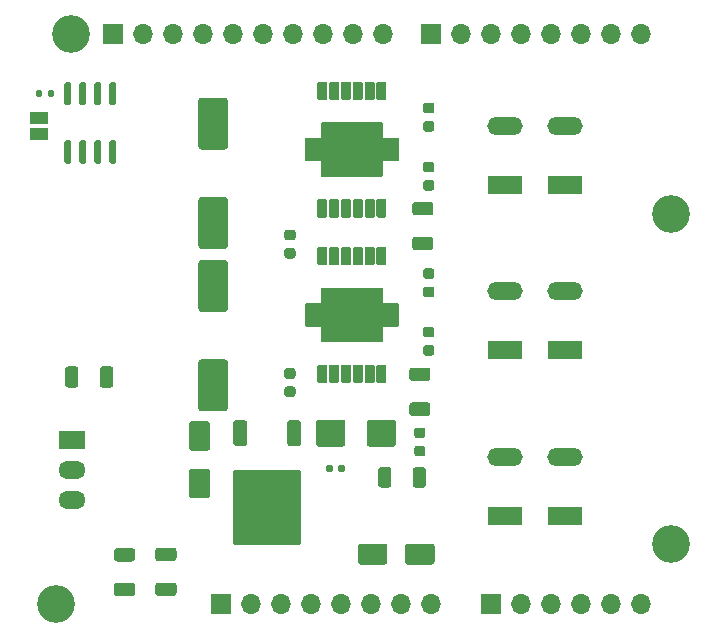
<source format=gts>
G04 #@! TF.GenerationSoftware,KiCad,Pcbnew,8.0.3+1*
G04 #@! TF.CreationDate,2024-07-01T12:38:46+00:00*
G04 #@! TF.ProjectId,dc_shield,64635f73-6869-4656-9c64-2e6b69636164,rev?*
G04 #@! TF.SameCoordinates,Original*
G04 #@! TF.FileFunction,Soldermask,Top*
G04 #@! TF.FilePolarity,Negative*
%FSLAX46Y46*%
G04 Gerber Fmt 4.6, Leading zero omitted, Abs format (unit mm)*
G04 Created by KiCad (PCBNEW 8.0.3+1) date 2024-07-01 12:38:46*
%MOMM*%
%LPD*%
G01*
G04 APERTURE LIST*
%ADD10R,1.700000X1.700000*%
%ADD11O,1.700000X1.700000*%
%ADD12R,1.500000X1.000000*%
%ADD13R,3.000000X1.500000*%
%ADD14O,3.000000X1.500000*%
%ADD15C,3.200000*%
%ADD16R,2.300000X1.500000*%
%ADD17O,2.300000X1.500000*%
G04 APERTURE END LIST*
D10*
X27940000Y2540000D03*
D11*
X30480000Y2540000D03*
X33020000Y2540000D03*
X35560000Y2540000D03*
X38100000Y2540000D03*
X40640000Y2540000D03*
X43180000Y2540000D03*
X45720000Y2540000D03*
D10*
X50800000Y2540000D03*
D11*
X53340000Y2540000D03*
X55880000Y2540000D03*
X58420000Y2540000D03*
X60960000Y2540000D03*
X63500000Y2540000D03*
D10*
X18796000Y50800000D03*
D11*
X21336000Y50800000D03*
X23876000Y50800000D03*
X26416000Y50800000D03*
X28956000Y50800000D03*
X31496000Y50800000D03*
X34036000Y50800000D03*
X36576000Y50800000D03*
X39116000Y50800000D03*
X41656000Y50800000D03*
D10*
X45720000Y50800000D03*
D11*
X48260000Y50800000D03*
X50800000Y50800000D03*
X53340000Y50800000D03*
X55880000Y50800000D03*
X58420000Y50800000D03*
X60960000Y50800000D03*
X63500000Y50800000D03*
G36*
G01*
X15090000Y39825000D02*
X14790000Y39825000D01*
G75*
G02*
X14640000Y39975000I0J150000D01*
G01*
X14640000Y41625000D01*
G75*
G02*
X14790000Y41775000I150000J0D01*
G01*
X15090000Y41775000D01*
G75*
G02*
X15240000Y41625000I0J-150000D01*
G01*
X15240000Y39975000D01*
G75*
G02*
X15090000Y39825000I-150000J0D01*
G01*
G37*
G36*
G01*
X16360000Y39825000D02*
X16060000Y39825000D01*
G75*
G02*
X15910000Y39975000I0J150000D01*
G01*
X15910000Y41625000D01*
G75*
G02*
X16060000Y41775000I150000J0D01*
G01*
X16360000Y41775000D01*
G75*
G02*
X16510000Y41625000I0J-150000D01*
G01*
X16510000Y39975000D01*
G75*
G02*
X16360000Y39825000I-150000J0D01*
G01*
G37*
G36*
G01*
X17630000Y39825000D02*
X17330000Y39825000D01*
G75*
G02*
X17180000Y39975000I0J150000D01*
G01*
X17180000Y41625000D01*
G75*
G02*
X17330000Y41775000I150000J0D01*
G01*
X17630000Y41775000D01*
G75*
G02*
X17780000Y41625000I0J-150000D01*
G01*
X17780000Y39975000D01*
G75*
G02*
X17630000Y39825000I-150000J0D01*
G01*
G37*
G36*
G01*
X18900000Y39825000D02*
X18600000Y39825000D01*
G75*
G02*
X18450000Y39975000I0J150000D01*
G01*
X18450000Y41625000D01*
G75*
G02*
X18600000Y41775000I150000J0D01*
G01*
X18900000Y41775000D01*
G75*
G02*
X19050000Y41625000I0J-150000D01*
G01*
X19050000Y39975000D01*
G75*
G02*
X18900000Y39825000I-150000J0D01*
G01*
G37*
G36*
G01*
X18900000Y44775000D02*
X18600000Y44775000D01*
G75*
G02*
X18450000Y44925000I0J150000D01*
G01*
X18450000Y46575000D01*
G75*
G02*
X18600000Y46725000I150000J0D01*
G01*
X18900000Y46725000D01*
G75*
G02*
X19050000Y46575000I0J-150000D01*
G01*
X19050000Y44925000D01*
G75*
G02*
X18900000Y44775000I-150000J0D01*
G01*
G37*
G36*
G01*
X17630000Y44775000D02*
X17330000Y44775000D01*
G75*
G02*
X17180000Y44925000I0J150000D01*
G01*
X17180000Y46575000D01*
G75*
G02*
X17330000Y46725000I150000J0D01*
G01*
X17630000Y46725000D01*
G75*
G02*
X17780000Y46575000I0J-150000D01*
G01*
X17780000Y44925000D01*
G75*
G02*
X17630000Y44775000I-150000J0D01*
G01*
G37*
G36*
G01*
X16360000Y44775000D02*
X16060000Y44775000D01*
G75*
G02*
X15910000Y44925000I0J150000D01*
G01*
X15910000Y46575000D01*
G75*
G02*
X16060000Y46725000I150000J0D01*
G01*
X16360000Y46725000D01*
G75*
G02*
X16510000Y46575000I0J-150000D01*
G01*
X16510000Y44925000D01*
G75*
G02*
X16360000Y44775000I-150000J0D01*
G01*
G37*
G36*
G01*
X15090000Y44775000D02*
X14790000Y44775000D01*
G75*
G02*
X14640000Y44925000I0J150000D01*
G01*
X14640000Y46575000D01*
G75*
G02*
X14790000Y46725000I150000J0D01*
G01*
X15090000Y46725000D01*
G75*
G02*
X15240000Y46575000I0J-150000D01*
G01*
X15240000Y44925000D01*
G75*
G02*
X15090000Y44775000I-150000J0D01*
G01*
G37*
G36*
G01*
X28250000Y32600000D02*
X26250000Y32600000D01*
G75*
G02*
X26000000Y32850000I0J250000D01*
G01*
X26000000Y36750000D01*
G75*
G02*
X26250000Y37000000I250000J0D01*
G01*
X28250000Y37000000D01*
G75*
G02*
X28500000Y36750000I0J-250000D01*
G01*
X28500000Y32850000D01*
G75*
G02*
X28250000Y32600000I-250000J0D01*
G01*
G37*
G36*
G01*
X28250000Y41000000D02*
X26250000Y41000000D01*
G75*
G02*
X26000000Y41250000I0J250000D01*
G01*
X26000000Y45150000D01*
G75*
G02*
X26250000Y45400000I250000J0D01*
G01*
X28250000Y45400000D01*
G75*
G02*
X28500000Y45150000I0J-250000D01*
G01*
X28500000Y41250000D01*
G75*
G02*
X28250000Y41000000I-250000J0D01*
G01*
G37*
D12*
X12500000Y42350000D03*
X12500000Y43650000D03*
G36*
G01*
X22600000Y7300000D02*
X23900000Y7300000D01*
G75*
G02*
X24150000Y7050000I0J-250000D01*
G01*
X24150000Y6400000D01*
G75*
G02*
X23900000Y6150000I-250000J0D01*
G01*
X22600000Y6150000D01*
G75*
G02*
X22350000Y6400000I0J250000D01*
G01*
X22350000Y7050000D01*
G75*
G02*
X22600000Y7300000I250000J0D01*
G01*
G37*
G36*
G01*
X22600000Y4350000D02*
X23900000Y4350000D01*
G75*
G02*
X24150000Y4100000I0J-250000D01*
G01*
X24150000Y3450000D01*
G75*
G02*
X23900000Y3200000I-250000J0D01*
G01*
X22600000Y3200000D01*
G75*
G02*
X22350000Y3450000I0J250000D01*
G01*
X22350000Y4100000D01*
G75*
G02*
X22600000Y4350000I250000J0D01*
G01*
G37*
G36*
G01*
X33750000Y18100000D02*
X34450000Y18100000D01*
G75*
G02*
X34700000Y17850000I0J-250000D01*
G01*
X34700000Y16150000D01*
G75*
G02*
X34450000Y15900000I-250000J0D01*
G01*
X33750000Y15900000D01*
G75*
G02*
X33500000Y16150000I0J250000D01*
G01*
X33500000Y17850000D01*
G75*
G02*
X33750000Y18100000I250000J0D01*
G01*
G37*
G36*
G01*
X29169997Y13900000D02*
X34470003Y13900000D01*
G75*
G02*
X34720000Y13650003I0J-249997D01*
G01*
X34720000Y7749997D01*
G75*
G02*
X34470003Y7500000I-249997J0D01*
G01*
X29169997Y7500000D01*
G75*
G02*
X28920000Y7749997I0J249997D01*
G01*
X28920000Y13650003D01*
G75*
G02*
X29169997Y13900000I249997J0D01*
G01*
G37*
G36*
G01*
X29190000Y18100000D02*
X29890000Y18100000D01*
G75*
G02*
X30140000Y17850000I0J-250000D01*
G01*
X30140000Y16150000D01*
G75*
G02*
X29890000Y15900000I-250000J0D01*
G01*
X29190000Y15900000D01*
G75*
G02*
X28940000Y16150000I0J250000D01*
G01*
X28940000Y17850000D01*
G75*
G02*
X29190000Y18100000I250000J0D01*
G01*
G37*
G36*
G01*
X26750000Y11500000D02*
X25450000Y11500000D01*
G75*
G02*
X25200000Y11750000I0J250000D01*
G01*
X25200000Y13750000D01*
G75*
G02*
X25450000Y14000000I250000J0D01*
G01*
X26750000Y14000000D01*
G75*
G02*
X27000000Y13750000I0J-250000D01*
G01*
X27000000Y11750000D01*
G75*
G02*
X26750000Y11500000I-250000J0D01*
G01*
G37*
G36*
G01*
X26750000Y15500000D02*
X25450000Y15500000D01*
G75*
G02*
X25200000Y15750000I0J250000D01*
G01*
X25200000Y17750000D01*
G75*
G02*
X25450000Y18000000I250000J0D01*
G01*
X26750000Y18000000D01*
G75*
G02*
X27000000Y17750000I0J-250000D01*
G01*
X27000000Y15750000D01*
G75*
G02*
X26750000Y15500000I-250000J0D01*
G01*
G37*
G36*
G01*
X36830000Y13815000D02*
X36830000Y14185000D01*
G75*
G02*
X36965000Y14320000I135000J0D01*
G01*
X37235000Y14320000D01*
G75*
G02*
X37370000Y14185000I0J-135000D01*
G01*
X37370000Y13815000D01*
G75*
G02*
X37235000Y13680000I-135000J0D01*
G01*
X36965000Y13680000D01*
G75*
G02*
X36830000Y13815000I0J135000D01*
G01*
G37*
G36*
G01*
X37850000Y13815000D02*
X37850000Y14185000D01*
G75*
G02*
X37985000Y14320000I135000J0D01*
G01*
X38255000Y14320000D01*
G75*
G02*
X38390000Y14185000I0J-135000D01*
G01*
X38390000Y13815000D01*
G75*
G02*
X38255000Y13680000I-135000J0D01*
G01*
X37985000Y13680000D01*
G75*
G02*
X37850000Y13815000I0J135000D01*
G01*
G37*
G36*
G01*
X45750000Y37525000D02*
X45250000Y37525000D01*
G75*
G02*
X45025000Y37750000I0J225000D01*
G01*
X45025000Y38200000D01*
G75*
G02*
X45250000Y38425000I225000J0D01*
G01*
X45750000Y38425000D01*
G75*
G02*
X45975000Y38200000I0J-225000D01*
G01*
X45975000Y37750000D01*
G75*
G02*
X45750000Y37525000I-225000J0D01*
G01*
G37*
G36*
G01*
X45750000Y39075000D02*
X45250000Y39075000D01*
G75*
G02*
X45025000Y39300000I0J225000D01*
G01*
X45025000Y39750000D01*
G75*
G02*
X45250000Y39975000I225000J0D01*
G01*
X45750000Y39975000D01*
G75*
G02*
X45975000Y39750000I0J-225000D01*
G01*
X45975000Y39300000D01*
G75*
G02*
X45750000Y39075000I-225000J0D01*
G01*
G37*
G36*
G01*
X45650000Y32475000D02*
X44350000Y32475000D01*
G75*
G02*
X44100000Y32725000I0J250000D01*
G01*
X44100000Y33375000D01*
G75*
G02*
X44350000Y33625000I250000J0D01*
G01*
X45650000Y33625000D01*
G75*
G02*
X45900000Y33375000I0J-250000D01*
G01*
X45900000Y32725000D01*
G75*
G02*
X45650000Y32475000I-250000J0D01*
G01*
G37*
G36*
G01*
X45650000Y35425000D02*
X44350000Y35425000D01*
G75*
G02*
X44100000Y35675000I0J250000D01*
G01*
X44100000Y36325000D01*
G75*
G02*
X44350000Y36575000I250000J0D01*
G01*
X45650000Y36575000D01*
G75*
G02*
X45900000Y36325000I0J-250000D01*
G01*
X45900000Y35675000D01*
G75*
G02*
X45650000Y35425000I-250000J0D01*
G01*
G37*
G36*
G01*
X45275000Y13875000D02*
X45275000Y12625000D01*
G75*
G02*
X45025000Y12375000I-250000J0D01*
G01*
X44400000Y12375000D01*
G75*
G02*
X44150000Y12625000I0J250000D01*
G01*
X44150000Y13875000D01*
G75*
G02*
X44400000Y14125000I250000J0D01*
G01*
X45025000Y14125000D01*
G75*
G02*
X45275000Y13875000I0J-250000D01*
G01*
G37*
G36*
G01*
X42350000Y13875000D02*
X42350000Y12625000D01*
G75*
G02*
X42100000Y12375000I-250000J0D01*
G01*
X41475000Y12375000D01*
G75*
G02*
X41225000Y12625000I0J250000D01*
G01*
X41225000Y13875000D01*
G75*
G02*
X41475000Y14125000I250000J0D01*
G01*
X42100000Y14125000D01*
G75*
G02*
X42350000Y13875000I0J-250000D01*
G01*
G37*
G36*
G01*
X14700000Y21100000D02*
X14700000Y22400000D01*
G75*
G02*
X14950000Y22650000I250000J0D01*
G01*
X15600000Y22650000D01*
G75*
G02*
X15850000Y22400000I0J-250000D01*
G01*
X15850000Y21100000D01*
G75*
G02*
X15600000Y20850000I-250000J0D01*
G01*
X14950000Y20850000D01*
G75*
G02*
X14700000Y21100000I0J250000D01*
G01*
G37*
G36*
G01*
X17650000Y21100000D02*
X17650000Y22400000D01*
G75*
G02*
X17900000Y22650000I250000J0D01*
G01*
X18550000Y22650000D01*
G75*
G02*
X18800000Y22400000I0J-250000D01*
G01*
X18800000Y21100000D01*
G75*
G02*
X18550000Y20850000I-250000J0D01*
G01*
X17900000Y20850000D01*
G75*
G02*
X17650000Y21100000I0J250000D01*
G01*
G37*
G36*
G01*
X42750000Y17900000D02*
X42750000Y16100000D01*
G75*
G02*
X42500000Y15850000I-250000J0D01*
G01*
X40500000Y15850000D01*
G75*
G02*
X40250000Y16100000I0J250000D01*
G01*
X40250000Y17900000D01*
G75*
G02*
X40500000Y18150000I250000J0D01*
G01*
X42500000Y18150000D01*
G75*
G02*
X42750000Y17900000I0J-250000D01*
G01*
G37*
G36*
G01*
X38450000Y17900000D02*
X38450000Y16100000D01*
G75*
G02*
X38200000Y15850000I-250000J0D01*
G01*
X36200000Y15850000D01*
G75*
G02*
X35950000Y16100000I0J250000D01*
G01*
X35950000Y17900000D01*
G75*
G02*
X36200000Y18150000I250000J0D01*
G01*
X38200000Y18150000D01*
G75*
G02*
X38450000Y17900000I0J-250000D01*
G01*
G37*
G36*
G01*
X33500000Y34225000D02*
X34000000Y34225000D01*
G75*
G02*
X34225000Y34000000I0J-225000D01*
G01*
X34225000Y33550000D01*
G75*
G02*
X34000000Y33325000I-225000J0D01*
G01*
X33500000Y33325000D01*
G75*
G02*
X33275000Y33550000I0J225000D01*
G01*
X33275000Y34000000D01*
G75*
G02*
X33500000Y34225000I225000J0D01*
G01*
G37*
G36*
G01*
X33500000Y32675000D02*
X34000000Y32675000D01*
G75*
G02*
X34225000Y32450000I0J-225000D01*
G01*
X34225000Y32000000D01*
G75*
G02*
X34000000Y31775000I-225000J0D01*
G01*
X33500000Y31775000D01*
G75*
G02*
X33275000Y32000000I0J225000D01*
G01*
X33275000Y32450000D01*
G75*
G02*
X33500000Y32675000I225000J0D01*
G01*
G37*
D13*
X52000000Y38000000D03*
X57000000Y38000000D03*
D14*
X52000000Y43000000D03*
X57000000Y43000000D03*
G36*
G01*
X34000000Y20050000D02*
X33500000Y20050000D01*
G75*
G02*
X33275000Y20275000I0J225000D01*
G01*
X33275000Y20725000D01*
G75*
G02*
X33500000Y20950000I225000J0D01*
G01*
X34000000Y20950000D01*
G75*
G02*
X34225000Y20725000I0J-225000D01*
G01*
X34225000Y20275000D01*
G75*
G02*
X34000000Y20050000I-225000J0D01*
G01*
G37*
G36*
G01*
X34000000Y21600000D02*
X33500000Y21600000D01*
G75*
G02*
X33275000Y21825000I0J225000D01*
G01*
X33275000Y22275000D01*
G75*
G02*
X33500000Y22500000I225000J0D01*
G01*
X34000000Y22500000D01*
G75*
G02*
X34225000Y22275000I0J-225000D01*
G01*
X34225000Y21825000D01*
G75*
G02*
X34000000Y21600000I-225000J0D01*
G01*
G37*
G36*
G01*
X36825000Y21248000D02*
X36175000Y21248000D01*
G75*
G02*
X36073000Y21350000I0J102000D01*
G01*
X36073000Y22700000D01*
G75*
G02*
X36175000Y22802000I102000J0D01*
G01*
X36825000Y22802000D01*
G75*
G02*
X36927000Y22700000I0J-102000D01*
G01*
X36927000Y21350000D01*
G75*
G02*
X36825000Y21248000I-102000J0D01*
G01*
G37*
G36*
G01*
X37825000Y21248000D02*
X37175000Y21248000D01*
G75*
G02*
X37073000Y21350000I0J102000D01*
G01*
X37073000Y22700000D01*
G75*
G02*
X37175000Y22802000I102000J0D01*
G01*
X37825000Y22802000D01*
G75*
G02*
X37927000Y22700000I0J-102000D01*
G01*
X37927000Y21350000D01*
G75*
G02*
X37825000Y21248000I-102000J0D01*
G01*
G37*
G36*
G01*
X38825000Y21248000D02*
X38175000Y21248000D01*
G75*
G02*
X38073000Y21350000I0J102000D01*
G01*
X38073000Y22700000D01*
G75*
G02*
X38175000Y22802000I102000J0D01*
G01*
X38825000Y22802000D01*
G75*
G02*
X38927000Y22700000I0J-102000D01*
G01*
X38927000Y21350000D01*
G75*
G02*
X38825000Y21248000I-102000J0D01*
G01*
G37*
G36*
G01*
X39825000Y21248000D02*
X39175000Y21248000D01*
G75*
G02*
X39073000Y21350000I0J102000D01*
G01*
X39073000Y22700000D01*
G75*
G02*
X39175000Y22802000I102000J0D01*
G01*
X39825000Y22802000D01*
G75*
G02*
X39927000Y22700000I0J-102000D01*
G01*
X39927000Y21350000D01*
G75*
G02*
X39825000Y21248000I-102000J0D01*
G01*
G37*
G36*
G01*
X40825000Y21248000D02*
X40175000Y21248000D01*
G75*
G02*
X40073000Y21350000I0J102000D01*
G01*
X40073000Y22700000D01*
G75*
G02*
X40175000Y22802000I102000J0D01*
G01*
X40825000Y22802000D01*
G75*
G02*
X40927000Y22700000I0J-102000D01*
G01*
X40927000Y21350000D01*
G75*
G02*
X40825000Y21248000I-102000J0D01*
G01*
G37*
G36*
G01*
X41825000Y21248000D02*
X41175000Y21248000D01*
G75*
G02*
X41073000Y21350000I0J102000D01*
G01*
X41073000Y22700000D01*
G75*
G02*
X41175000Y22802000I102000J0D01*
G01*
X41825000Y22802000D01*
G75*
G02*
X41927000Y22700000I0J-102000D01*
G01*
X41927000Y21350000D01*
G75*
G02*
X41825000Y21248000I-102000J0D01*
G01*
G37*
G36*
G01*
X41175000Y32752000D02*
X41825000Y32752000D01*
G75*
G02*
X41927000Y32650000I0J-102000D01*
G01*
X41927000Y31300000D01*
G75*
G02*
X41825000Y31198000I-102000J0D01*
G01*
X41175000Y31198000D01*
G75*
G02*
X41073000Y31300000I0J102000D01*
G01*
X41073000Y32650000D01*
G75*
G02*
X41175000Y32752000I102000J0D01*
G01*
G37*
G36*
G01*
X40175000Y32752000D02*
X40825000Y32752000D01*
G75*
G02*
X40927000Y32650000I0J-102000D01*
G01*
X40927000Y31300000D01*
G75*
G02*
X40825000Y31198000I-102000J0D01*
G01*
X40175000Y31198000D01*
G75*
G02*
X40073000Y31300000I0J102000D01*
G01*
X40073000Y32650000D01*
G75*
G02*
X40175000Y32752000I102000J0D01*
G01*
G37*
G36*
G01*
X39175000Y32752000D02*
X39825000Y32752000D01*
G75*
G02*
X39927000Y32650000I0J-102000D01*
G01*
X39927000Y31300000D01*
G75*
G02*
X39825000Y31198000I-102000J0D01*
G01*
X39175000Y31198000D01*
G75*
G02*
X39073000Y31300000I0J102000D01*
G01*
X39073000Y32650000D01*
G75*
G02*
X39175000Y32752000I102000J0D01*
G01*
G37*
G36*
G01*
X38175000Y32752000D02*
X38825000Y32752000D01*
G75*
G02*
X38927000Y32650000I0J-102000D01*
G01*
X38927000Y31300000D01*
G75*
G02*
X38825000Y31198000I-102000J0D01*
G01*
X38175000Y31198000D01*
G75*
G02*
X38073000Y31300000I0J102000D01*
G01*
X38073000Y32650000D01*
G75*
G02*
X38175000Y32752000I102000J0D01*
G01*
G37*
G36*
G01*
X37175000Y32752000D02*
X37825000Y32752000D01*
G75*
G02*
X37927000Y32650000I0J-102000D01*
G01*
X37927000Y31300000D01*
G75*
G02*
X37825000Y31198000I-102000J0D01*
G01*
X37175000Y31198000D01*
G75*
G02*
X37073000Y31300000I0J102000D01*
G01*
X37073000Y32650000D01*
G75*
G02*
X37175000Y32752000I102000J0D01*
G01*
G37*
G36*
G01*
X36175000Y32752000D02*
X36825000Y32752000D01*
G75*
G02*
X36927000Y32650000I0J-102000D01*
G01*
X36927000Y31300000D01*
G75*
G02*
X36825000Y31198000I-102000J0D01*
G01*
X36175000Y31198000D01*
G75*
G02*
X36073000Y31300000I0J102000D01*
G01*
X36073000Y32650000D01*
G75*
G02*
X36175000Y32752000I102000J0D01*
G01*
G37*
G36*
G01*
X36450000Y29302000D02*
X41550000Y29302000D01*
G75*
G02*
X41652000Y29200000I0J-102000D01*
G01*
X41652000Y24800000D01*
G75*
G02*
X41550000Y24698000I-102000J0D01*
G01*
X36450000Y24698000D01*
G75*
G02*
X36348000Y24800000I0J102000D01*
G01*
X36348000Y29200000D01*
G75*
G02*
X36450000Y29302000I102000J0D01*
G01*
G37*
G36*
G01*
X36552000Y27900000D02*
X36552000Y26100000D01*
G75*
G02*
X36450000Y25998000I-102000J0D01*
G01*
X35100000Y25998000D01*
G75*
G02*
X34998000Y26100000I0J102000D01*
G01*
X34998000Y27900000D01*
G75*
G02*
X35100000Y28002000I102000J0D01*
G01*
X36450000Y28002000D01*
G75*
G02*
X36552000Y27900000I0J-102000D01*
G01*
G37*
G36*
G01*
X43002000Y27900000D02*
X43002000Y26100000D01*
G75*
G02*
X42900000Y25998000I-102000J0D01*
G01*
X41550000Y25998000D01*
G75*
G02*
X41448000Y26100000I0J102000D01*
G01*
X41448000Y27900000D01*
G75*
G02*
X41550000Y28002000I102000J0D01*
G01*
X42900000Y28002000D01*
G75*
G02*
X43002000Y27900000I0J-102000D01*
G01*
G37*
D15*
X15240000Y50800000D03*
G36*
G01*
X45750000Y28500000D02*
X45250000Y28500000D01*
G75*
G02*
X45025000Y28725000I0J225000D01*
G01*
X45025000Y29175000D01*
G75*
G02*
X45250000Y29400000I225000J0D01*
G01*
X45750000Y29400000D01*
G75*
G02*
X45975000Y29175000I0J-225000D01*
G01*
X45975000Y28725000D01*
G75*
G02*
X45750000Y28500000I-225000J0D01*
G01*
G37*
G36*
G01*
X45750000Y30050000D02*
X45250000Y30050000D01*
G75*
G02*
X45025000Y30275000I0J225000D01*
G01*
X45025000Y30725000D01*
G75*
G02*
X45250000Y30950000I225000J0D01*
G01*
X45750000Y30950000D01*
G75*
G02*
X45975000Y30725000I0J-225000D01*
G01*
X45975000Y30275000D01*
G75*
G02*
X45750000Y30050000I-225000J0D01*
G01*
G37*
G36*
G01*
X13790000Y45935000D02*
X13790000Y45565000D01*
G75*
G02*
X13655000Y45430000I-135000J0D01*
G01*
X13385000Y45430000D01*
G75*
G02*
X13250000Y45565000I0J135000D01*
G01*
X13250000Y45935000D01*
G75*
G02*
X13385000Y46070000I135000J0D01*
G01*
X13655000Y46070000D01*
G75*
G02*
X13790000Y45935000I0J-135000D01*
G01*
G37*
G36*
G01*
X12770000Y45935000D02*
X12770000Y45565000D01*
G75*
G02*
X12635000Y45430000I-135000J0D01*
G01*
X12365000Y45430000D01*
G75*
G02*
X12230000Y45565000I0J135000D01*
G01*
X12230000Y45935000D01*
G75*
G02*
X12365000Y46070000I135000J0D01*
G01*
X12635000Y46070000D01*
G75*
G02*
X12770000Y45935000I0J-135000D01*
G01*
G37*
G36*
G01*
X44500000Y17475000D02*
X45000000Y17475000D01*
G75*
G02*
X45225000Y17250000I0J-225000D01*
G01*
X45225000Y16800000D01*
G75*
G02*
X45000000Y16575000I-225000J0D01*
G01*
X44500000Y16575000D01*
G75*
G02*
X44275000Y16800000I0J225000D01*
G01*
X44275000Y17250000D01*
G75*
G02*
X44500000Y17475000I225000J0D01*
G01*
G37*
G36*
G01*
X44500000Y15925000D02*
X45000000Y15925000D01*
G75*
G02*
X45225000Y15700000I0J-225000D01*
G01*
X45225000Y15250000D01*
G75*
G02*
X45000000Y15025000I-225000J0D01*
G01*
X44500000Y15025000D01*
G75*
G02*
X44275000Y15250000I0J225000D01*
G01*
X44275000Y15700000D01*
G75*
G02*
X44500000Y15925000I225000J0D01*
G01*
G37*
G36*
G01*
X28250000Y18850000D02*
X26250000Y18850000D01*
G75*
G02*
X26000000Y19100000I0J250000D01*
G01*
X26000000Y23000000D01*
G75*
G02*
X26250000Y23250000I250000J0D01*
G01*
X28250000Y23250000D01*
G75*
G02*
X28500000Y23000000I0J-250000D01*
G01*
X28500000Y19100000D01*
G75*
G02*
X28250000Y18850000I-250000J0D01*
G01*
G37*
G36*
G01*
X28250000Y27250000D02*
X26250000Y27250000D01*
G75*
G02*
X26000000Y27500000I0J250000D01*
G01*
X26000000Y31400000D01*
G75*
G02*
X26250000Y31650000I250000J0D01*
G01*
X28250000Y31650000D01*
G75*
G02*
X28500000Y31400000I0J-250000D01*
G01*
X28500000Y27500000D01*
G75*
G02*
X28250000Y27250000I-250000J0D01*
G01*
G37*
G36*
G01*
X46000000Y7400000D02*
X46000000Y6100000D01*
G75*
G02*
X45750000Y5850000I-250000J0D01*
G01*
X43750000Y5850000D01*
G75*
G02*
X43500000Y6100000I0J250000D01*
G01*
X43500000Y7400000D01*
G75*
G02*
X43750000Y7650000I250000J0D01*
G01*
X45750000Y7650000D01*
G75*
G02*
X46000000Y7400000I0J-250000D01*
G01*
G37*
G36*
G01*
X42000000Y7400000D02*
X42000000Y6100000D01*
G75*
G02*
X41750000Y5850000I-250000J0D01*
G01*
X39750000Y5850000D01*
G75*
G02*
X39500000Y6100000I0J250000D01*
G01*
X39500000Y7400000D01*
G75*
G02*
X39750000Y7650000I250000J0D01*
G01*
X41750000Y7650000D01*
G75*
G02*
X42000000Y7400000I0J-250000D01*
G01*
G37*
G36*
G01*
X36825000Y35248000D02*
X36175000Y35248000D01*
G75*
G02*
X36073000Y35350000I0J102000D01*
G01*
X36073000Y36700000D01*
G75*
G02*
X36175000Y36802000I102000J0D01*
G01*
X36825000Y36802000D01*
G75*
G02*
X36927000Y36700000I0J-102000D01*
G01*
X36927000Y35350000D01*
G75*
G02*
X36825000Y35248000I-102000J0D01*
G01*
G37*
G36*
G01*
X37825000Y35248000D02*
X37175000Y35248000D01*
G75*
G02*
X37073000Y35350000I0J102000D01*
G01*
X37073000Y36700000D01*
G75*
G02*
X37175000Y36802000I102000J0D01*
G01*
X37825000Y36802000D01*
G75*
G02*
X37927000Y36700000I0J-102000D01*
G01*
X37927000Y35350000D01*
G75*
G02*
X37825000Y35248000I-102000J0D01*
G01*
G37*
G36*
G01*
X38825000Y35248000D02*
X38175000Y35248000D01*
G75*
G02*
X38073000Y35350000I0J102000D01*
G01*
X38073000Y36700000D01*
G75*
G02*
X38175000Y36802000I102000J0D01*
G01*
X38825000Y36802000D01*
G75*
G02*
X38927000Y36700000I0J-102000D01*
G01*
X38927000Y35350000D01*
G75*
G02*
X38825000Y35248000I-102000J0D01*
G01*
G37*
G36*
G01*
X39825000Y35248000D02*
X39175000Y35248000D01*
G75*
G02*
X39073000Y35350000I0J102000D01*
G01*
X39073000Y36700000D01*
G75*
G02*
X39175000Y36802000I102000J0D01*
G01*
X39825000Y36802000D01*
G75*
G02*
X39927000Y36700000I0J-102000D01*
G01*
X39927000Y35350000D01*
G75*
G02*
X39825000Y35248000I-102000J0D01*
G01*
G37*
G36*
G01*
X40825000Y35248000D02*
X40175000Y35248000D01*
G75*
G02*
X40073000Y35350000I0J102000D01*
G01*
X40073000Y36700000D01*
G75*
G02*
X40175000Y36802000I102000J0D01*
G01*
X40825000Y36802000D01*
G75*
G02*
X40927000Y36700000I0J-102000D01*
G01*
X40927000Y35350000D01*
G75*
G02*
X40825000Y35248000I-102000J0D01*
G01*
G37*
G36*
G01*
X41825000Y35248000D02*
X41175000Y35248000D01*
G75*
G02*
X41073000Y35350000I0J102000D01*
G01*
X41073000Y36700000D01*
G75*
G02*
X41175000Y36802000I102000J0D01*
G01*
X41825000Y36802000D01*
G75*
G02*
X41927000Y36700000I0J-102000D01*
G01*
X41927000Y35350000D01*
G75*
G02*
X41825000Y35248000I-102000J0D01*
G01*
G37*
G36*
G01*
X41175000Y46752000D02*
X41825000Y46752000D01*
G75*
G02*
X41927000Y46650000I0J-102000D01*
G01*
X41927000Y45300000D01*
G75*
G02*
X41825000Y45198000I-102000J0D01*
G01*
X41175000Y45198000D01*
G75*
G02*
X41073000Y45300000I0J102000D01*
G01*
X41073000Y46650000D01*
G75*
G02*
X41175000Y46752000I102000J0D01*
G01*
G37*
G36*
G01*
X40175000Y46752000D02*
X40825000Y46752000D01*
G75*
G02*
X40927000Y46650000I0J-102000D01*
G01*
X40927000Y45300000D01*
G75*
G02*
X40825000Y45198000I-102000J0D01*
G01*
X40175000Y45198000D01*
G75*
G02*
X40073000Y45300000I0J102000D01*
G01*
X40073000Y46650000D01*
G75*
G02*
X40175000Y46752000I102000J0D01*
G01*
G37*
G36*
G01*
X39175000Y46752000D02*
X39825000Y46752000D01*
G75*
G02*
X39927000Y46650000I0J-102000D01*
G01*
X39927000Y45300000D01*
G75*
G02*
X39825000Y45198000I-102000J0D01*
G01*
X39175000Y45198000D01*
G75*
G02*
X39073000Y45300000I0J102000D01*
G01*
X39073000Y46650000D01*
G75*
G02*
X39175000Y46752000I102000J0D01*
G01*
G37*
G36*
G01*
X38175000Y46752000D02*
X38825000Y46752000D01*
G75*
G02*
X38927000Y46650000I0J-102000D01*
G01*
X38927000Y45300000D01*
G75*
G02*
X38825000Y45198000I-102000J0D01*
G01*
X38175000Y45198000D01*
G75*
G02*
X38073000Y45300000I0J102000D01*
G01*
X38073000Y46650000D01*
G75*
G02*
X38175000Y46752000I102000J0D01*
G01*
G37*
G36*
G01*
X37175000Y46752000D02*
X37825000Y46752000D01*
G75*
G02*
X37927000Y46650000I0J-102000D01*
G01*
X37927000Y45300000D01*
G75*
G02*
X37825000Y45198000I-102000J0D01*
G01*
X37175000Y45198000D01*
G75*
G02*
X37073000Y45300000I0J102000D01*
G01*
X37073000Y46650000D01*
G75*
G02*
X37175000Y46752000I102000J0D01*
G01*
G37*
G36*
G01*
X36175000Y46752000D02*
X36825000Y46752000D01*
G75*
G02*
X36927000Y46650000I0J-102000D01*
G01*
X36927000Y45300000D01*
G75*
G02*
X36825000Y45198000I-102000J0D01*
G01*
X36175000Y45198000D01*
G75*
G02*
X36073000Y45300000I0J102000D01*
G01*
X36073000Y46650000D01*
G75*
G02*
X36175000Y46752000I102000J0D01*
G01*
G37*
G36*
G01*
X36450000Y43302000D02*
X41550000Y43302000D01*
G75*
G02*
X41652000Y43200000I0J-102000D01*
G01*
X41652000Y38800000D01*
G75*
G02*
X41550000Y38698000I-102000J0D01*
G01*
X36450000Y38698000D01*
G75*
G02*
X36348000Y38800000I0J102000D01*
G01*
X36348000Y43200000D01*
G75*
G02*
X36450000Y43302000I102000J0D01*
G01*
G37*
G36*
G01*
X36552000Y41900000D02*
X36552000Y40100000D01*
G75*
G02*
X36450000Y39998000I-102000J0D01*
G01*
X35100000Y39998000D01*
G75*
G02*
X34998000Y40100000I0J102000D01*
G01*
X34998000Y41900000D01*
G75*
G02*
X35100000Y42002000I102000J0D01*
G01*
X36450000Y42002000D01*
G75*
G02*
X36552000Y41900000I0J-102000D01*
G01*
G37*
G36*
G01*
X43002000Y41900000D02*
X43002000Y40100000D01*
G75*
G02*
X42900000Y39998000I-102000J0D01*
G01*
X41550000Y39998000D01*
G75*
G02*
X41448000Y40100000I0J102000D01*
G01*
X41448000Y41900000D01*
G75*
G02*
X41550000Y42002000I102000J0D01*
G01*
X42900000Y42002000D01*
G75*
G02*
X43002000Y41900000I0J-102000D01*
G01*
G37*
D13*
X52000000Y10000000D03*
X57000000Y10000000D03*
D14*
X52000000Y15000000D03*
X57000000Y15000000D03*
D13*
X52000000Y24000000D03*
X57000000Y24000000D03*
D14*
X52000000Y29000000D03*
X57000000Y29000000D03*
G36*
G01*
X19100000Y7275000D02*
X20400000Y7275000D01*
G75*
G02*
X20650000Y7025000I0J-250000D01*
G01*
X20650000Y6375000D01*
G75*
G02*
X20400000Y6125000I-250000J0D01*
G01*
X19100000Y6125000D01*
G75*
G02*
X18850000Y6375000I0J250000D01*
G01*
X18850000Y7025000D01*
G75*
G02*
X19100000Y7275000I250000J0D01*
G01*
G37*
G36*
G01*
X19100000Y4325000D02*
X20400000Y4325000D01*
G75*
G02*
X20650000Y4075000I0J-250000D01*
G01*
X20650000Y3425000D01*
G75*
G02*
X20400000Y3175000I-250000J0D01*
G01*
X19100000Y3175000D01*
G75*
G02*
X18850000Y3425000I0J250000D01*
G01*
X18850000Y4075000D01*
G75*
G02*
X19100000Y4325000I250000J0D01*
G01*
G37*
D16*
X15292500Y16447000D03*
D17*
X15292500Y13907000D03*
X15292500Y11367000D03*
D15*
X13970000Y2540000D03*
X66040000Y35560000D03*
X66040000Y7620000D03*
G36*
G01*
X45400000Y18450000D02*
X44100000Y18450000D01*
G75*
G02*
X43850000Y18700000I0J250000D01*
G01*
X43850000Y19350000D01*
G75*
G02*
X44100000Y19600000I250000J0D01*
G01*
X45400000Y19600000D01*
G75*
G02*
X45650000Y19350000I0J-250000D01*
G01*
X45650000Y18700000D01*
G75*
G02*
X45400000Y18450000I-250000J0D01*
G01*
G37*
G36*
G01*
X45400000Y21400000D02*
X44100000Y21400000D01*
G75*
G02*
X43850000Y21650000I0J250000D01*
G01*
X43850000Y22300000D01*
G75*
G02*
X44100000Y22550000I250000J0D01*
G01*
X45400000Y22550000D01*
G75*
G02*
X45650000Y22300000I0J-250000D01*
G01*
X45650000Y21650000D01*
G75*
G02*
X45400000Y21400000I-250000J0D01*
G01*
G37*
G36*
G01*
X45750000Y23550000D02*
X45250000Y23550000D01*
G75*
G02*
X45025000Y23775000I0J225000D01*
G01*
X45025000Y24225000D01*
G75*
G02*
X45250000Y24450000I225000J0D01*
G01*
X45750000Y24450000D01*
G75*
G02*
X45975000Y24225000I0J-225000D01*
G01*
X45975000Y23775000D01*
G75*
G02*
X45750000Y23550000I-225000J0D01*
G01*
G37*
G36*
G01*
X45750000Y25100000D02*
X45250000Y25100000D01*
G75*
G02*
X45025000Y25325000I0J225000D01*
G01*
X45025000Y25775000D01*
G75*
G02*
X45250000Y26000000I225000J0D01*
G01*
X45750000Y26000000D01*
G75*
G02*
X45975000Y25775000I0J-225000D01*
G01*
X45975000Y25325000D01*
G75*
G02*
X45750000Y25100000I-225000J0D01*
G01*
G37*
G36*
G01*
X45750000Y42525000D02*
X45250000Y42525000D01*
G75*
G02*
X45025000Y42750000I0J225000D01*
G01*
X45025000Y43200000D01*
G75*
G02*
X45250000Y43425000I225000J0D01*
G01*
X45750000Y43425000D01*
G75*
G02*
X45975000Y43200000I0J-225000D01*
G01*
X45975000Y42750000D01*
G75*
G02*
X45750000Y42525000I-225000J0D01*
G01*
G37*
G36*
G01*
X45750000Y44075000D02*
X45250000Y44075000D01*
G75*
G02*
X45025000Y44300000I0J225000D01*
G01*
X45025000Y44750000D01*
G75*
G02*
X45250000Y44975000I225000J0D01*
G01*
X45750000Y44975000D01*
G75*
G02*
X45975000Y44750000I0J-225000D01*
G01*
X45975000Y44300000D01*
G75*
G02*
X45750000Y44075000I-225000J0D01*
G01*
G37*
M02*

</source>
